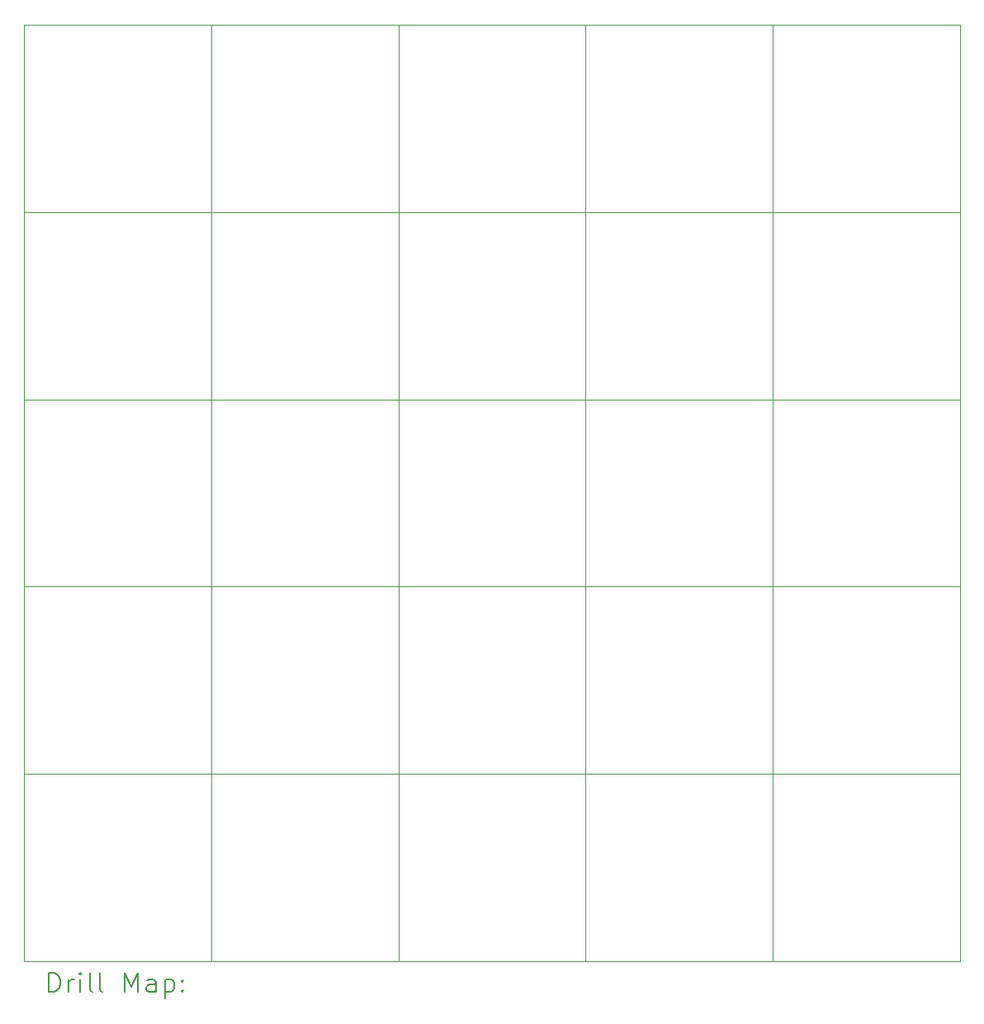
<source format=gbr>
%TF.GenerationSoftware,KiCad,Pcbnew,7.0.9*%
%TF.CreationDate,2024-01-01T14:04:10+01:00*%
%TF.ProjectId,Nutzen,4e75747a-656e-42e6-9b69-6361645f7063,rev?*%
%TF.SameCoordinates,Original*%
%TF.FileFunction,Drillmap*%
%TF.FilePolarity,Positive*%
%FSLAX45Y45*%
G04 Gerber Fmt 4.5, Leading zero omitted, Abs format (unit mm)*
G04 Created by KiCad (PCBNEW 7.0.9) date 2024-01-01 14:04:10*
%MOMM*%
%LPD*%
G01*
G04 APERTURE LIST*
%ADD10C,0.100000*%
%ADD11C,0.200000*%
G04 APERTURE END LIST*
D10*
X17925000Y-5470000D02*
X19845000Y-5470000D01*
X19845000Y-7390000D01*
X17925000Y-7390000D01*
X17925000Y-5470000D01*
X12165000Y-3550000D02*
X14085000Y-3550000D01*
X14085000Y-5470000D01*
X12165000Y-5470000D01*
X12165000Y-3550000D01*
X17925000Y-7390000D02*
X19845000Y-7390000D01*
X19845000Y-9310000D01*
X17925000Y-9310000D01*
X17925000Y-7390000D01*
X12165000Y-9310000D02*
X14085000Y-9310000D01*
X14085000Y-11230000D01*
X12165000Y-11230000D01*
X12165000Y-9310000D01*
X12165000Y-5470000D02*
X14085000Y-5470000D01*
X14085000Y-7390000D01*
X12165000Y-7390000D01*
X12165000Y-5470000D01*
X14085000Y-9310000D02*
X16005000Y-9310000D01*
X16005000Y-11230000D01*
X14085000Y-11230000D01*
X14085000Y-9310000D01*
X14085000Y-5470000D02*
X16005000Y-5470000D01*
X16005000Y-7390000D01*
X14085000Y-7390000D01*
X14085000Y-5470000D01*
X10245000Y-5470000D02*
X12165000Y-5470000D01*
X12165000Y-7390000D01*
X10245000Y-7390000D01*
X10245000Y-5470000D01*
X16005000Y-7390000D02*
X17925000Y-7390000D01*
X17925000Y-9310000D01*
X16005000Y-9310000D01*
X16005000Y-7390000D01*
X10245000Y-3550000D02*
X12165000Y-3550000D01*
X12165000Y-5470000D01*
X10245000Y-5470000D01*
X10245000Y-3550000D01*
X17925000Y-9310000D02*
X19845000Y-9310000D01*
X19845000Y-11230000D01*
X17925000Y-11230000D01*
X17925000Y-9310000D01*
X14085000Y-11230000D02*
X16005000Y-11230000D01*
X16005000Y-13150000D01*
X14085000Y-13150000D01*
X14085000Y-11230000D01*
X14085000Y-7390000D02*
X16005000Y-7390000D01*
X16005000Y-9310000D01*
X14085000Y-9310000D01*
X14085000Y-7390000D01*
X16005000Y-11230000D02*
X17925000Y-11230000D01*
X17925000Y-13150000D01*
X16005000Y-13150000D01*
X16005000Y-11230000D01*
X10245000Y-9310000D02*
X12165000Y-9310000D01*
X12165000Y-11230000D01*
X10245000Y-11230000D01*
X10245000Y-9310000D01*
X16005000Y-3550000D02*
X17925000Y-3550000D01*
X17925000Y-5470000D01*
X16005000Y-5470000D01*
X16005000Y-3550000D01*
X16005000Y-9310000D02*
X17925000Y-9310000D01*
X17925000Y-11230000D01*
X16005000Y-11230000D01*
X16005000Y-9310000D01*
X16005000Y-5470000D02*
X17925000Y-5470000D01*
X17925000Y-7390000D01*
X16005000Y-7390000D01*
X16005000Y-5470000D01*
X17925000Y-11230000D02*
X19845000Y-11230000D01*
X19845000Y-13150000D01*
X17925000Y-13150000D01*
X17925000Y-11230000D01*
X10245000Y-7390000D02*
X12165000Y-7390000D01*
X12165000Y-9310000D01*
X10245000Y-9310000D01*
X10245000Y-7390000D01*
X12165000Y-11230000D02*
X14085000Y-11230000D01*
X14085000Y-13150000D01*
X12165000Y-13150000D01*
X12165000Y-11230000D01*
X14085000Y-3550000D02*
X16005000Y-3550000D01*
X16005000Y-5470000D01*
X14085000Y-5470000D01*
X14085000Y-3550000D01*
X12165000Y-7390000D02*
X14085000Y-7390000D01*
X14085000Y-9310000D01*
X12165000Y-9310000D01*
X12165000Y-7390000D01*
X10245000Y-11230000D02*
X12165000Y-11230000D01*
X12165000Y-13150000D01*
X10245000Y-13150000D01*
X10245000Y-11230000D01*
X17925000Y-3550000D02*
X19845000Y-3550000D01*
X19845000Y-5470000D01*
X17925000Y-5470000D01*
X17925000Y-3550000D01*
D11*
X10500777Y-13466484D02*
X10500777Y-13266484D01*
X10500777Y-13266484D02*
X10548396Y-13266484D01*
X10548396Y-13266484D02*
X10576967Y-13276008D01*
X10576967Y-13276008D02*
X10596015Y-13295055D01*
X10596015Y-13295055D02*
X10605539Y-13314103D01*
X10605539Y-13314103D02*
X10615063Y-13352198D01*
X10615063Y-13352198D02*
X10615063Y-13380769D01*
X10615063Y-13380769D02*
X10605539Y-13418865D01*
X10605539Y-13418865D02*
X10596015Y-13437912D01*
X10596015Y-13437912D02*
X10576967Y-13456960D01*
X10576967Y-13456960D02*
X10548396Y-13466484D01*
X10548396Y-13466484D02*
X10500777Y-13466484D01*
X10700777Y-13466484D02*
X10700777Y-13333150D01*
X10700777Y-13371246D02*
X10710301Y-13352198D01*
X10710301Y-13352198D02*
X10719824Y-13342674D01*
X10719824Y-13342674D02*
X10738872Y-13333150D01*
X10738872Y-13333150D02*
X10757920Y-13333150D01*
X10824586Y-13466484D02*
X10824586Y-13333150D01*
X10824586Y-13266484D02*
X10815063Y-13276008D01*
X10815063Y-13276008D02*
X10824586Y-13285531D01*
X10824586Y-13285531D02*
X10834110Y-13276008D01*
X10834110Y-13276008D02*
X10824586Y-13266484D01*
X10824586Y-13266484D02*
X10824586Y-13285531D01*
X10948396Y-13466484D02*
X10929348Y-13456960D01*
X10929348Y-13456960D02*
X10919824Y-13437912D01*
X10919824Y-13437912D02*
X10919824Y-13266484D01*
X11053158Y-13466484D02*
X11034110Y-13456960D01*
X11034110Y-13456960D02*
X11024586Y-13437912D01*
X11024586Y-13437912D02*
X11024586Y-13266484D01*
X11281729Y-13466484D02*
X11281729Y-13266484D01*
X11281729Y-13266484D02*
X11348396Y-13409341D01*
X11348396Y-13409341D02*
X11415062Y-13266484D01*
X11415062Y-13266484D02*
X11415062Y-13466484D01*
X11596015Y-13466484D02*
X11596015Y-13361722D01*
X11596015Y-13361722D02*
X11586491Y-13342674D01*
X11586491Y-13342674D02*
X11567443Y-13333150D01*
X11567443Y-13333150D02*
X11529348Y-13333150D01*
X11529348Y-13333150D02*
X11510301Y-13342674D01*
X11596015Y-13456960D02*
X11576967Y-13466484D01*
X11576967Y-13466484D02*
X11529348Y-13466484D01*
X11529348Y-13466484D02*
X11510301Y-13456960D01*
X11510301Y-13456960D02*
X11500777Y-13437912D01*
X11500777Y-13437912D02*
X11500777Y-13418865D01*
X11500777Y-13418865D02*
X11510301Y-13399817D01*
X11510301Y-13399817D02*
X11529348Y-13390293D01*
X11529348Y-13390293D02*
X11576967Y-13390293D01*
X11576967Y-13390293D02*
X11596015Y-13380769D01*
X11691253Y-13333150D02*
X11691253Y-13533150D01*
X11691253Y-13342674D02*
X11710301Y-13333150D01*
X11710301Y-13333150D02*
X11748396Y-13333150D01*
X11748396Y-13333150D02*
X11767443Y-13342674D01*
X11767443Y-13342674D02*
X11776967Y-13352198D01*
X11776967Y-13352198D02*
X11786491Y-13371246D01*
X11786491Y-13371246D02*
X11786491Y-13428388D01*
X11786491Y-13428388D02*
X11776967Y-13447436D01*
X11776967Y-13447436D02*
X11767443Y-13456960D01*
X11767443Y-13456960D02*
X11748396Y-13466484D01*
X11748396Y-13466484D02*
X11710301Y-13466484D01*
X11710301Y-13466484D02*
X11691253Y-13456960D01*
X11872205Y-13447436D02*
X11881729Y-13456960D01*
X11881729Y-13456960D02*
X11872205Y-13466484D01*
X11872205Y-13466484D02*
X11862682Y-13456960D01*
X11862682Y-13456960D02*
X11872205Y-13447436D01*
X11872205Y-13447436D02*
X11872205Y-13466484D01*
X11872205Y-13342674D02*
X11881729Y-13352198D01*
X11881729Y-13352198D02*
X11872205Y-13361722D01*
X11872205Y-13361722D02*
X11862682Y-13352198D01*
X11862682Y-13352198D02*
X11872205Y-13342674D01*
X11872205Y-13342674D02*
X11872205Y-13361722D01*
M02*

</source>
